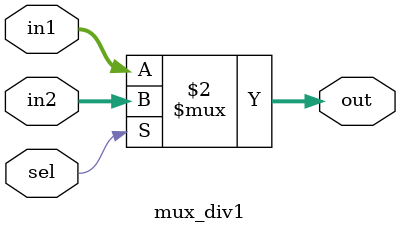
<source format=v>
module mux_div1 (
    input [31:0] in1, in2, 
    input sel,
    output [31:0] out
);
    assign out = (sel == 0) ? in1 : in2;

endmodule
</source>
